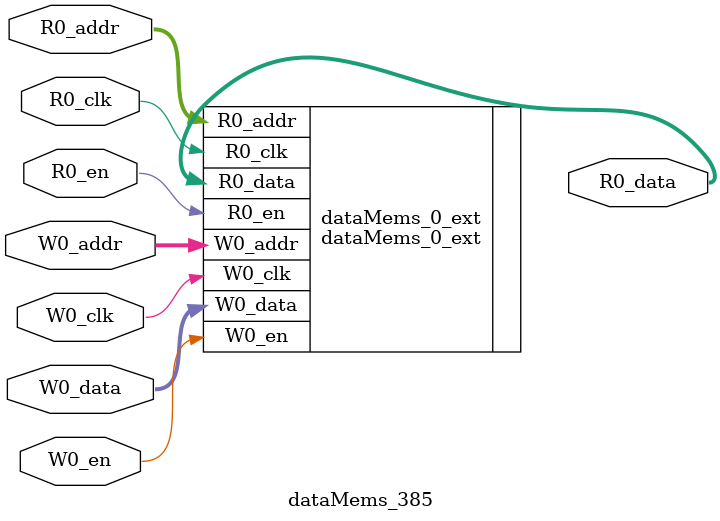
<source format=sv>
`ifndef RANDOMIZE
  `ifdef RANDOMIZE_REG_INIT
    `define RANDOMIZE
  `endif // RANDOMIZE_REG_INIT
`endif // not def RANDOMIZE
`ifndef RANDOMIZE
  `ifdef RANDOMIZE_MEM_INIT
    `define RANDOMIZE
  `endif // RANDOMIZE_MEM_INIT
`endif // not def RANDOMIZE

`ifndef RANDOM
  `define RANDOM $random
`endif // not def RANDOM

// Users can define 'PRINTF_COND' to add an extra gate to prints.
`ifndef PRINTF_COND_
  `ifdef PRINTF_COND
    `define PRINTF_COND_ (`PRINTF_COND)
  `else  // PRINTF_COND
    `define PRINTF_COND_ 1
  `endif // PRINTF_COND
`endif // not def PRINTF_COND_

// Users can define 'ASSERT_VERBOSE_COND' to add an extra gate to assert error printing.
`ifndef ASSERT_VERBOSE_COND_
  `ifdef ASSERT_VERBOSE_COND
    `define ASSERT_VERBOSE_COND_ (`ASSERT_VERBOSE_COND)
  `else  // ASSERT_VERBOSE_COND
    `define ASSERT_VERBOSE_COND_ 1
  `endif // ASSERT_VERBOSE_COND
`endif // not def ASSERT_VERBOSE_COND_

// Users can define 'STOP_COND' to add an extra gate to stop conditions.
`ifndef STOP_COND_
  `ifdef STOP_COND
    `define STOP_COND_ (`STOP_COND)
  `else  // STOP_COND
    `define STOP_COND_ 1
  `endif // STOP_COND
`endif // not def STOP_COND_

// Users can define INIT_RANDOM as general code that gets injected into the
// initializer block for modules with registers.
`ifndef INIT_RANDOM
  `define INIT_RANDOM
`endif // not def INIT_RANDOM

// If using random initialization, you can also define RANDOMIZE_DELAY to
// customize the delay used, otherwise 0.002 is used.
`ifndef RANDOMIZE_DELAY
  `define RANDOMIZE_DELAY 0.002
`endif // not def RANDOMIZE_DELAY

// Define INIT_RANDOM_PROLOG_ for use in our modules below.
`ifndef INIT_RANDOM_PROLOG_
  `ifdef RANDOMIZE
    `ifdef VERILATOR
      `define INIT_RANDOM_PROLOG_ `INIT_RANDOM
    `else  // VERILATOR
      `define INIT_RANDOM_PROLOG_ `INIT_RANDOM #`RANDOMIZE_DELAY begin end
    `endif // VERILATOR
  `else  // RANDOMIZE
    `define INIT_RANDOM_PROLOG_
  `endif // RANDOMIZE
`endif // not def INIT_RANDOM_PROLOG_

// Include register initializers in init blocks unless synthesis is set
`ifndef SYNTHESIS
  `ifndef ENABLE_INITIAL_REG_
    `define ENABLE_INITIAL_REG_
  `endif // not def ENABLE_INITIAL_REG_
`endif // not def SYNTHESIS

// Include rmemory initializers in init blocks unless synthesis is set
`ifndef SYNTHESIS
  `ifndef ENABLE_INITIAL_MEM_
    `define ENABLE_INITIAL_MEM_
  `endif // not def ENABLE_INITIAL_MEM_
`endif // not def SYNTHESIS

module dataMems_385(	// @[generators/ara/src/main/scala/UnsafeAXI4ToTL.scala:365:62]
  input  [4:0]  R0_addr,
  input         R0_en,
  input         R0_clk,
  output [66:0] R0_data,
  input  [4:0]  W0_addr,
  input         W0_en,
  input         W0_clk,
  input  [66:0] W0_data
);

  dataMems_0_ext dataMems_0_ext (	// @[generators/ara/src/main/scala/UnsafeAXI4ToTL.scala:365:62]
    .R0_addr (R0_addr),
    .R0_en   (R0_en),
    .R0_clk  (R0_clk),
    .R0_data (R0_data),
    .W0_addr (W0_addr),
    .W0_en   (W0_en),
    .W0_clk  (W0_clk),
    .W0_data (W0_data)
  );
endmodule


</source>
